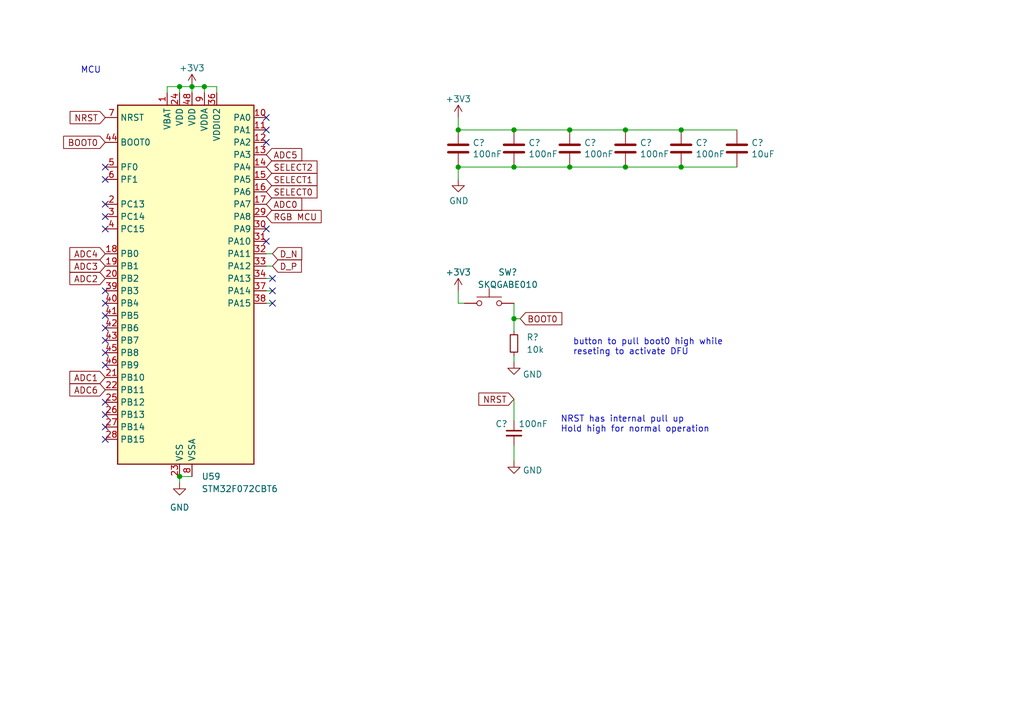
<source format=kicad_sch>
(kicad_sch (version 20230121) (generator eeschema)
  (paper "A5")
  (lib_symbols
    (symbol "Device:C" (pin_numbers hide) (pin_names (offset 0.254))
      (property "Reference" "C" (at 0.635 2.54 0))
      (property "Value" "C" (at 0.635 -2.54 0))
      (symbol "C_0_1"
        (polyline (pts (xy -2.032 -0.762) (xy 2.032 -0.762)) (stroke (width 0.508)))
        (polyline (pts (xy -2.032 0.762) (xy 2.032 0.762)) (stroke (width 0.508)))
      )
      (symbol "C_1_1"
        (pin passive line (at 0 3.81 270) (length 2.794) (name "~") (number "1"))
        (pin passive line (at 0 -3.81 90) (length 2.794) (name "~") (number "2"))
      )
    )
    (symbol "Device:C_Small" (pin_numbers hide) (pin_names (offset 0.254) hide)
      (property "Reference" "C" (at 0.254 1.778 0))
      (property "Value" "C_Small" (at 0.254 -2.032 0))
      (symbol "C_Small_0_1"
        (polyline (pts (xy -1.524 -0.508) (xy 1.524 -0.508)) (stroke (width 0.3302)))
        (polyline (pts (xy -1.524 0.508) (xy 1.524 0.508)) (stroke (width 0.3048)))
      )
      (symbol "C_Small_1_1"
        (pin passive line (at 0 2.54 270) (length 2.032) (name "~") (number "1"))
        (pin passive line (at 0 -2.54 90) (length 2.032) (name "~") (number "2"))
      )
    )
    (symbol "Device:R_Small" (pin_numbers hide) (pin_names (offset 0.254) hide)
      (property "Reference" "R" (at 0.762 0.508 0))
      (property "Value" "R_Small" (at 0.762 -1.016 0))
      (symbol "R_Small_0_1"
        (rectangle (start -0.762 1.778) (end 0.762 -1.778) (stroke (width 0.2032)))
      )
      (symbol "R_Small_1_1"
        (pin passive line (at 0 2.54 270) (length 0.762) (name "~") (number "1"))
        (pin passive line (at 0 -2.54 90) (length 0.762) (name "~") (number "2"))
      )
    )
    (symbol "MCU_ST_STM32F0:STM32F072CBTx"
      (property "Reference" "U" (at -12.7 39.37 0))
      (property "Value" "STM32F072CBTx" (at 10.16 39.37 0))
      (symbol "STM32F072CBTx_0_1"
        (rectangle (start -12.7 -35.56) (end 15.24 38.1) (stroke (width 0.254)) (fill (type background)))
      )
      (symbol "STM32F072CBTx_1_1"
        (pin power_in line (at -2.54 40.64 270) (length 2.54) (name "VBAT") (number "1"))
        (pin bidirectional line (at 17.78 35.56 180) (length 2.54) (name "PA0") (number "10"))
        (pin bidirectional line (at 17.78 33.02 180) (length 2.54) (name "PA1") (number "11"))
        (pin bidirectional line (at 17.78 30.48 180) (length 2.54) (name "PA2") (number "12"))
        (pin bidirectional line (at 17.78 27.94 180) (length 2.54) (name "PA3") (number "13"))
        (pin bidirectional line (at 17.78 25.4 180) (length 2.54) (name "PA4") (number "14"))
        (pin bidirectional line (at 17.78 22.86 180) (length 2.54) (name "PA5") (number "15"))
        (pin bidirectional line (at 17.78 20.32 180) (length 2.54) (name "PA6") (number "16"))
        (pin bidirectional line (at 17.78 17.78 180) (length 2.54) (name "PA7") (number "17"))
        (pin bidirectional line (at -15.24 7.62 0) (length 2.54) (name "PB0") (number "18"))
        (pin bidirectional line (at -15.24 5.08 0) (length 2.54) (name "PB1") (number "19"))
        (pin bidirectional line (at -15.24 17.78 0) (length 2.54) (name "PC13") (number "2"))
        (pin bidirectional line (at -15.24 2.54 0) (length 2.54) (name "PB2") (number "20"))
        (pin bidirectional line (at -15.24 -17.78 0) (length 2.54) (name "PB10") (number "21"))
        (pin bidirectional line (at -15.24 -20.32 0) (length 2.54) (name "PB11") (number "22"))
        (pin power_in line (at 0 -38.1 90) (length 2.54) (name "VSS") (number "23"))
        (pin power_in line (at 0 40.64 270) (length 2.54) (name "VDD") (number "24"))
        (pin bidirectional line (at -15.24 -22.86 0) (length 2.54) (name "PB12") (number "25"))
        (pin bidirectional line (at -15.24 -25.4 0) (length 2.54) (name "PB13") (number "26"))
        (pin bidirectional line (at -15.24 -27.94 0) (length 2.54) (name "PB14") (number "27"))
        (pin bidirectional line (at -15.24 -30.48 0) (length 2.54) (name "PB15") (number "28"))
        (pin bidirectional line (at 17.78 15.24 180) (length 2.54) (name "PA8") (number "29"))
        (pin bidirectional line (at -15.24 15.24 0) (length 2.54) (name "PC14") (number "3"))
        (pin bidirectional line (at 17.78 12.7 180) (length 2.54) (name "PA9") (number "30"))
        (pin bidirectional line (at 17.78 10.16 180) (length 2.54) (name "PA10") (number "31"))
        (pin bidirectional line (at 17.78 7.62 180) (length 2.54) (name "PA11") (number "32"))
        (pin bidirectional line (at 17.78 5.08 180) (length 2.54) (name "PA12") (number "33"))
        (pin bidirectional line (at 17.78 2.54 180) (length 2.54) (name "PA13") (number "34"))
        (pin passive line (at 0 -38.1 90) (length 2.54) hide (name "VSS") (number "35"))
        (pin power_in line (at 7.62 40.64 270) (length 2.54) (name "VDDIO2") (number "36"))
        (pin bidirectional line (at 17.78 0 180) (length 2.54) (name "PA14") (number "37"))
        (pin bidirectional line (at 17.78 -2.54 180) (length 2.54) (name "PA15") (number "38"))
        (pin bidirectional line (at -15.24 0 0) (length 2.54) (name "PB3") (number "39"))
        (pin bidirectional line (at -15.24 12.7 0) (length 2.54) (name "PC15") (number "4"))
        (pin bidirectional line (at -15.24 -2.54 0) (length 2.54) (name "PB4") (number "40"))
        (pin bidirectional line (at -15.24 -5.08 0) (length 2.54) (name "PB5") (number "41"))
        (pin bidirectional line (at -15.24 -7.62 0) (length 2.54) (name "PB6") (number "42"))
        (pin bidirectional line (at -15.24 -10.16 0) (length 2.54) (name "PB7") (number "43"))
        (pin input line (at -15.24 30.48 0) (length 2.54) (name "BOOT0") (number "44"))
        (pin bidirectional line (at -15.24 -12.7 0) (length 2.54) (name "PB8") (number "45"))
        (pin bidirectional line (at -15.24 -15.24 0) (length 2.54) (name "PB9") (number "46"))
        (pin passive line (at 0 -38.1 90) (length 2.54) hide (name "VSS") (number "47"))
        (pin power_in line (at 2.54 40.64 270) (length 2.54) (name "VDD") (number "48"))
        (pin bidirectional line (at -15.24 25.4 0) (length 2.54) (name "PF0") (number "5"))
        (pin bidirectional line (at -15.24 22.86 0) (length 2.54) (name "PF1") (number "6"))
        (pin input line (at -15.24 35.56 0) (length 2.54) (name "NRST") (number "7"))
        (pin power_in line (at 2.54 -38.1 90) (length 2.54) (name "VSSA") (number "8"))
        (pin power_in line (at 5.08 40.64 270) (length 2.54) (name "VDDA") (number "9"))
      )
    )
    (symbol "Switch:SW_Push" (pin_numbers hide) (pin_names (offset 1.016) hide)
      (property "Reference" "SW" (at 1.27 2.54 0))
      (property "Value" "SW_Push" (at 0 -1.524 0))
      (symbol "SW_Push_0_1"
        (circle (center -2.032 0) (radius 0.508))
        (polyline (pts (xy 0 1.27) (xy 0 3.048)))
        (polyline (pts (xy 2.54 1.27) (xy -2.54 1.27)))
        (circle (center 2.032 0) (radius 0.508))
        (pin passive line (at -5.08 0 0) (length 2.54) (name "1") (number "1"))
        (pin passive line (at 5.08 0 180) (length 2.54) (name "2") (number "2"))
      )
    )
    (symbol "power:+3V3" (power) (pin_names (offset 0))
      (property "Value" "+3V3" (at 0 3.556 0))
      (symbol "+3V3_0_1"
        (polyline (pts (xy -0.762 1.27) (xy 0 2.54)))
        (polyline (pts (xy 0 0) (xy 0 2.54)))
        (polyline (pts (xy 0 2.54) (xy 0.762 1.27)))
      )
      (symbol "+3V3_1_1"
        (pin power_in line (at 0 0 90) (length 0) hide (name "+3V3") (number "1"))
      )
    )
    (symbol "power:GND" (power) (pin_names (offset 0))
      (property "Value" "GND" (at 0 -3.81 0))
      (symbol "GND_0_1"
        (polyline (pts (xy 0 0) (xy 0 -1.27) (xy 1.27 -1.27) (xy 0 -2.54) (xy -1.27 -1.27) (xy 0 -1.27)))
      )
      (symbol "GND_1_1"
        (pin power_in line (at 0 0 270) (length 0) hide (name "GND") (number "1"))
      )
    )
  )
  (junction (at 128.27 34.29))
  (junction (at 105.41 26.67))
  (junction (at 39.37 17.78))
  (junction (at 128.27 26.67))
  (junction (at 93.98 26.67))
  (junction (at 105.41 65.405))
  (junction (at 116.84 26.67))
  (junction (at 139.7 26.67))
  (junction (at 41.91 17.78))
  (junction (at 36.83 97.79))
  (junction (at 93.98 34.29))
  (junction (at 36.83 17.78))
  (junction (at 139.7 34.29))
  (junction (at 105.41 34.29))
  (junction (at 116.84 34.29))
  (no_connect (at 21.59 90.17))
  (no_connect (at 21.59 36.83))
  (no_connect (at 21.59 34.29))
  (no_connect (at 21.59 44.45))
  (no_connect (at 54.61 29.21))
  (no_connect (at 21.59 62.23))
  (no_connect (at 21.59 69.85))
  (no_connect (at 21.59 59.69))
  (no_connect (at 54.61 46.99))
  (no_connect (at 21.59 67.31))
  (no_connect (at 21.59 72.39))
  (no_connect (at 21.59 74.93))
  (no_connect (at 55.88 62.23))
  (no_connect (at 55.88 57.15))
  (no_connect (at 21.59 64.77))
  (no_connect (at 21.59 82.55))
  (no_connect (at 21.59 87.63))
  (no_connect (at 55.88 59.69))
  (no_connect (at 21.59 46.99))
  (no_connect (at 21.59 85.09))
  (no_connect (at 54.61 49.53))
  (no_connect (at 21.59 41.91))
  (no_connect (at 54.61 24.13))
  (no_connect (at 54.61 26.67))
  (wire (pts (xy 36.83 17.78) (xy 36.83 19.05)))
  (wire (pts (xy 55.88 54.61) (xy 54.61 54.61)))
  (wire (pts (xy 55.88 59.69) (xy 54.61 59.69)))
  (wire (pts (xy 39.37 17.78) (xy 41.91 17.78)))
  (wire (pts (xy 41.91 17.78) (xy 41.91 19.05)))
  (wire (pts (xy 44.45 17.78) (xy 44.45 19.05)))
  (wire (pts (xy 95.25 62.23) (xy 93.98 62.23)))
  (wire (pts (xy 39.37 17.78) (xy 39.37 19.05)))
  (wire (pts (xy 34.29 17.78) (xy 36.83 17.78)))
  (wire (pts (xy 105.41 34.29) (xy 116.84 34.29)))
  (wire (pts (xy 93.98 62.23) (xy 93.98 59.69)))
  (wire (pts (xy 55.88 57.15) (xy 54.61 57.15)))
  (wire (pts (xy 34.29 17.78) (xy 34.29 19.05)))
  (wire (pts (xy 55.88 52.07) (xy 54.61 52.07)))
  (wire (pts (xy 105.41 34.29) (xy 93.98 34.29)))
  (wire (pts (xy 36.83 17.78) (xy 39.37 17.78)))
  (wire (pts (xy 105.41 26.67) (xy 93.98 26.67)))
  (wire (pts (xy 36.83 97.79) (xy 39.37 97.79)))
  (wire (pts (xy 93.98 24.13) (xy 93.98 26.67)))
  (wire (pts (xy 139.7 34.29) (xy 151.13 34.29)))
  (wire (pts (xy 105.41 65.405) (xy 106.68 65.405)))
  (wire (pts (xy 41.91 17.78) (xy 44.45 17.78)))
  (wire (pts (xy 36.83 99.06) (xy 36.83 97.79)))
  (wire (pts (xy 139.7 26.67) (xy 151.13 26.67)))
  (wire (pts (xy 128.27 26.67) (xy 139.7 26.67)))
  (wire (pts (xy 55.88 62.23) (xy 54.61 62.23)))
  (wire (pts (xy 105.41 94.615) (xy 105.41 91.44)))
  (wire (pts (xy 116.84 34.29) (xy 128.27 34.29)))
  (wire (pts (xy 105.41 65.405) (xy 105.41 67.945)))
  (wire (pts (xy 128.27 34.29) (xy 139.7 34.29)))
  (wire (pts (xy 105.41 73.025) (xy 105.41 74.295)))
  (wire (pts (xy 105.41 26.67) (xy 116.84 26.67)))
  (wire (pts (xy 105.41 81.915) (xy 105.41 86.36)))
  (wire (pts (xy 105.41 62.23) (xy 105.41 65.405)))
  (wire (pts (xy 116.84 26.67) (xy 128.27 26.67)))
  (wire (pts (xy 93.98 36.83) (xy 93.98 34.29)))
  (text "NRST has internal pull up\nHold high for normal operation" (at 114.935 88.9 0) (effects (font (size 1.27 1.27)) (justify left bottom)))
  (text "MCU" (at 16.51 15.24 0) (effects (font (size 1.27 1.27)) (justify left bottom)))
  (text "button to pull boot0 high while \nreseting to activate DFU" (at 117.475 73.025 0) (effects (font (size 1.27 1.27)) (justify left bottom)))
  (global_label "D_N" (shape input) (at 55.88 52.07 0) (property "Intersheetrefs" "${INTERSHEET_REFS}" (effects hide)))
  (global_label "RGB MCU" (shape input) (at 54.61 44.45 0) (property "Intersheetrefs" "${INTERSHEET_REFS}" (effects hide)))
  (global_label "BOOT0" (shape input) (at 21.59 29.21 180) (property "Intersheetrefs" "${INTERSHEET_REFS}" (effects hide)))
  (global_label "ADC3" (shape input) (at 21.59 54.61 180) (property "Intersheetrefs" "${INTERSHEET_REFS}" (effects hide)))
  (global_label "ADC5" (shape input) (at 54.61 31.75 0) (property "Intersheetrefs" "${INTERSHEET_REFS}" (effects hide)))
  (global_label "ADC0" (shape input) (at 54.61 41.91 0) (property "Intersheetrefs" "${INTERSHEET_REFS}" (effects hide)))
  (global_label "ADC6" (shape input) (at 21.59 80.01 180) (property "Intersheetrefs" "${INTERSHEET_REFS}" (effects hide)))
  (global_label "D_P" (shape input) (at 55.88 54.61 0) (property "Intersheetrefs" "${INTERSHEET_REFS}" (effects hide)))
  (global_label "ADC2" (shape input) (at 21.59 57.15 180) (property "Intersheetrefs" "${INTERSHEET_REFS}" (effects hide)))
  (global_label "SELECT1" (shape input) (at 54.61 36.83 0) (property "Intersheetrefs" "${INTERSHEET_REFS}" (effects hide)))
  (global_label "NRST" (shape input) (at 21.59 24.13 180) (property "Intersheetrefs" "${INTERSHEET_REFS}" (effects hide)))
  (global_label "SELECT2" (shape input) (at 54.61 34.29 0) (property "Intersheetrefs" "${INTERSHEET_REFS}" (effects hide)))
  (global_label "SELECT0" (shape input) (at 54.61 39.37 0) (property "Intersheetrefs" "${INTERSHEET_REFS}" (effects hide)))
  (global_label "ADC4" (shape input) (at 21.59 52.07 180) (property "Intersheetrefs" "${INTERSHEET_REFS}" (effects hide)))
  (global_label "NRST" (shape input) (at 105.41 81.915 180) (property "Intersheetrefs" "${INTERSHEET_REFS}" (effects hide)))
  (global_label "BOOT0" (shape input) (at 106.68 65.405 0) (property "Intersheetrefs" "${INTERSHEET_REFS}" (effects hide)))
  (global_label "ADC1" (shape input) (at 21.59 77.47 180) (property "Intersheetrefs" "${INTERSHEET_REFS}" (effects hide)))
  (symbol (lib_id "power:GND") (at 105.41 74.295 0) (unit 1)
    (property "Reference" "#PWR?" (effects hide))
    (property "Value" "GND" (at 109.22 76.835 0))
    (instances (project "TKL" (path "" (reference "#PWR?") (unit 1))) (project "vootington gaming" (path "" (reference "#PWR0114") (unit 1))) (project "le_capybara" (path "" (reference "#PWR016") (unit 1))))
  )
  (symbol (lib_id "Device:C") (at 139.7 30.48 0) (unit 1)
    (property "Reference" "C?" (at 142.621 29.3116 0) (effects (justify left)))
    (property "Value" "100nF" (at 142.621 31.623 0) (effects (justify left)))
    (property "Footprint" "Capacitor_SMD:C_0402_1005Metric" (effects hide))
    (property "LCSC" "C307331" (effects hide))
    (instances (project "LeChiffre" (path "" (reference "C?") (unit 1))) (project "vootington gaming" (path "" (reference "C12") (unit 1))) (project "stm32_hotswap_chiffre" (path "" (reference "C5") (unit 1))))
  )
  (symbol (lib_id "power:GND") (at 105.41 94.615 0) (mirror y) (unit 1)
    (property "Reference" "#PWR?" (effects hide))
    (property "Value" "GND" (at 109.22 96.52 0))
    (instances (project "TKL" (path "" (reference "#PWR?") (unit 1))) (project "vootington gaming" (path "" (reference "#PWR0117") (unit 1))) (project "le_capybara" (path "" (reference "#PWR022") (unit 1))))
  )
  (symbol (lib_id "Device:R_Small") (at 105.41 70.485 0) (unit 1)
    (property "Reference" "R?" (at 107.95 69.2149 0) (effects (justify left)))
    (property "Value" "10k" (at 107.95 71.7549 0) (effects (justify left)))
    (property "Footprint" "Resistor_SMD:R_0402_1005Metric" (effects hide))
    (instances (project "TKL" (path "" (reference "R?") (unit 1))) (project "vootington gaming" (path "" (reference "R5") (unit 1))) (project "le_capybara" (path "" (reference "R3") (unit 1))))
  )
  (symbol (lib_id "power:GND") (at 36.83 99.06 0) (unit 1)
    (property "Reference" "#PWR0115" (effects hide))
    (property "Value" "GND" (at 36.83 104.14 0))
    (instances (project "vootington gaming" (path "" (reference "#PWR0115") (unit 1))) (project "le_capybara" (path "" (reference "#PWR021") (unit 1))))
  )
  (symbol (lib_id "MCU_ST_STM32F0:STM32F072CBTx") (at 36.83 59.69 0) (unit 1)
    (property "Reference" "U59" (at 41.3259 97.79 0) (effects (justify left)))
    (property "Value" "STM32F072CBT6" (at 41.3259 100.33 0) (effects (justify left)))
    (property "Footprint" "Package_QFP:LQFP-48_7x7mm_P0.5mm" (effects hide))
    (property "Datasheet" "https://www.st.com/resource/en/datasheet/stm32f072cb.pdf" (effects hide))
    (property "JlcRotOffset" "90" (effects hide))
    (instances (project "vootington gaming" (path "" (reference "U59") (unit 1))) (project "le_capybara" (path "" (reference "U2") (unit 1))))
  )
  (symbol (lib_id "Device:C") (at 116.84 30.48 0) (unit 1)
    (property "Reference" "C?" (at 119.761 29.3116 0) (effects (justify left)))
    (property "Value" "100nF" (at 119.761 31.623 0) (effects (justify left)))
    (property "Footprint" "Capacitor_SMD:C_0402_1005Metric" (effects hide))
    (property "LCSC" "C307331" (effects hide))
    (instances (project "LeChiffre" (path "" (reference "C?") (unit 1))) (project "vootington gaming" (path "" (reference "C10") (unit 1))) (project "stm32_hotswap_chiffre" (path "" (reference "C3") (unit 1))))
  )
  (symbol (lib_id "power:+3V3") (at 93.98 24.13 0) (unit 1)
    (property "Reference" "#PWR01" (effects hide))
    (property "Value" "+3V3" (at 93.98 20.32 0))
    (instances (project "vootington gaming" (path "" (reference "#PWR01") (unit 1))) (project "stm32_hotswap_chiffre" (path "" (reference "#PWR03") (unit 1))))
  )
  (symbol (lib_id "Switch:SW_Push") (at 100.33 62.23 0) (unit 1)
    (property "Reference" "SW?" (at 104.14 55.88 0))
    (property "Value" "SKQGABE010" (at 104.14 58.42 0))
    (property "Footprint" "Button_Switch_SMD:SW_SPST_SKQG_WithoutStem" (effects hide))
    (property "LCSC" "C115351" (effects hide))
    (instances (project "TKL" (path "" (reference "SW?") (unit 1))) (project "vootington gaming" (path "" (reference "SW1") (unit 1))) (project "le_capybara" (path "" (reference "SW37") (unit 1))))
  )
  (symbol (lib_id "Device:C") (at 128.27 30.48 0) (unit 1)
    (property "Reference" "C?" (at 131.191 29.3116 0) (effects (justify left)))
    (property "Value" "100nF" (at 131.191 31.623 0) (effects (justify left)))
    (property "Footprint" "Capacitor_SMD:C_0402_1005Metric" (effects hide))
    (property "LCSC" "C307331" (effects hide))
    (instances (project "LeChiffre" (path "" (reference "C?") (unit 1))) (project "vootington gaming" (path "" (reference "C11") (unit 1))) (project "stm32_hotswap_chiffre" (path "" (reference "C4") (unit 1))))
  )
  (symbol (lib_id "power:GND") (at 93.98 36.83 0) (unit 1)
    (property "Reference" "#PWR?" (effects hide))
    (property "Value" "GND" (at 94.107 41.2242 0))
    (instances (project "LeChiffre" (path "" (reference "#PWR?") (unit 1))) (project "vootington gaming" (path "" (reference "#PWR02") (unit 1))) (project "stm32_hotswap_chiffre" (path "" (reference "#PWR05") (unit 1))))
  )
  (symbol (lib_id "Device:C") (at 105.41 30.48 0) (unit 1)
    (property "Reference" "C?" (at 108.331 29.3116 0) (effects (justify left)))
    (property "Value" "100nF" (at 108.331 31.623 0) (effects (justify left)))
    (property "Footprint" "Capacitor_SMD:C_0402_1005Metric" (effects hide))
    (property "LCSC" "C307331" (effects hide))
    (instances (project "LeChiffre" (path "" (reference "C?") (unit 1))) (project "vootington gaming" (path "" (reference "C2") (unit 1))) (project "stm32_hotswap_chiffre" (path "" (reference "C2") (unit 1))))
  )
  (symbol (lib_id "power:+3V3") (at 39.37 17.78 0) (unit 1)
    (property "Reference" "#PWR0107" (effects hide))
    (property "Value" "+3V3" (at 39.37 13.97 0))
    (instances (project "vootington gaming" (path "" (reference "#PWR0107") (unit 1))) (project "le_capybara" (path "" (reference "#PWR01") (unit 1))))
  )
  (symbol (lib_id "Device:C") (at 93.98 30.48 0) (unit 1)
    (property "Reference" "C?" (at 96.901 29.3116 0) (effects (justify left)))
    (property "Value" "100nF" (at 96.901 31.623 0) (effects (justify left)))
    (property "Footprint" "Capacitor_SMD:C_0402_1005Metric" (effects hide))
    (property "LCSC" "C307331" (effects hide))
    (instances (project "LeChiffre" (path "" (reference "C?") (unit 1))) (project "vootington gaming" (path "" (reference "C1") (unit 1))) (project "stm32_hotswap_chiffre" (path "" (reference "C1") (unit 1))))
  )
  (symbol (lib_id "power:+3V3") (at 93.98 59.69 0) (mirror y) (unit 1)
    (property "Reference" "#PWR0113" (effects hide))
    (property "Value" "+3V3" (at 93.98 55.88 0))
    (instances (project "vootington gaming" (path "" (reference "#PWR0113") (unit 1))) (project "le_capybara" (path "" (reference "#PWR015") (unit 1))))
  )
  (symbol (lib_id "Device:C") (at 151.13 30.48 0) (unit 1)
    (property "Reference" "C?" (at 154.051 29.3116 0) (effects (justify left)))
    (property "Value" "10uF" (at 154.051 31.623 0) (effects (justify left)))
    (property "Footprint" "Capacitor_SMD:C_0603_1608Metric" (effects hide))
    (instances (project "LeChiffre" (path "" (reference "C?") (unit 1))) (project "vootington gaming" (path "" (reference "C13") (unit 1))) (project "stm32_hotswap_chiffre" (path "" (reference "C6") (unit 1))))
  )
  (symbol (lib_id "Device:C_Small") (at 105.41 88.9 0) (mirror y) (unit 1)
    (property "Reference" "C?" (at 104.14 86.995 0) (effects (justify left)))
    (property "Value" "100nF" (at 112.395 86.995 0) (effects (justify left)))
    (property "Footprint" "Capacitor_SMD:C_0402_1005Metric" (effects hide))
    (property "LCSC" "C307331" (effects hide))
    (instances (project "TKL" (path "" (reference "C?") (unit 1))) (project "vootington gaming" (path "" (reference "C29") (unit 1))) (project "le_capybara" (path "" (reference "C17") (unit 1))))
  )
)
</source>
